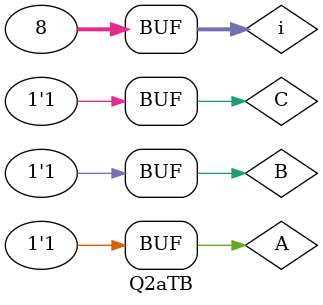
<source format=v>
`timescale 1ns / 1ps

module Q2aTB(

    );
    
    // Decalre variables
    reg A, B, C;
    wire F;
    
    // call test unit
    Q2a_full_expresion UUT (
        .a(A),
        .b(B), 
        .c(C),
        .f(F)
    );
    
    // test all inputs
    integer i = 0;
    initial begin
        for(i = 0; i<8; i=i+1) begin
            {A,B,C} = i[2:0];
            #5;
        end
    end
endmodule

</source>
